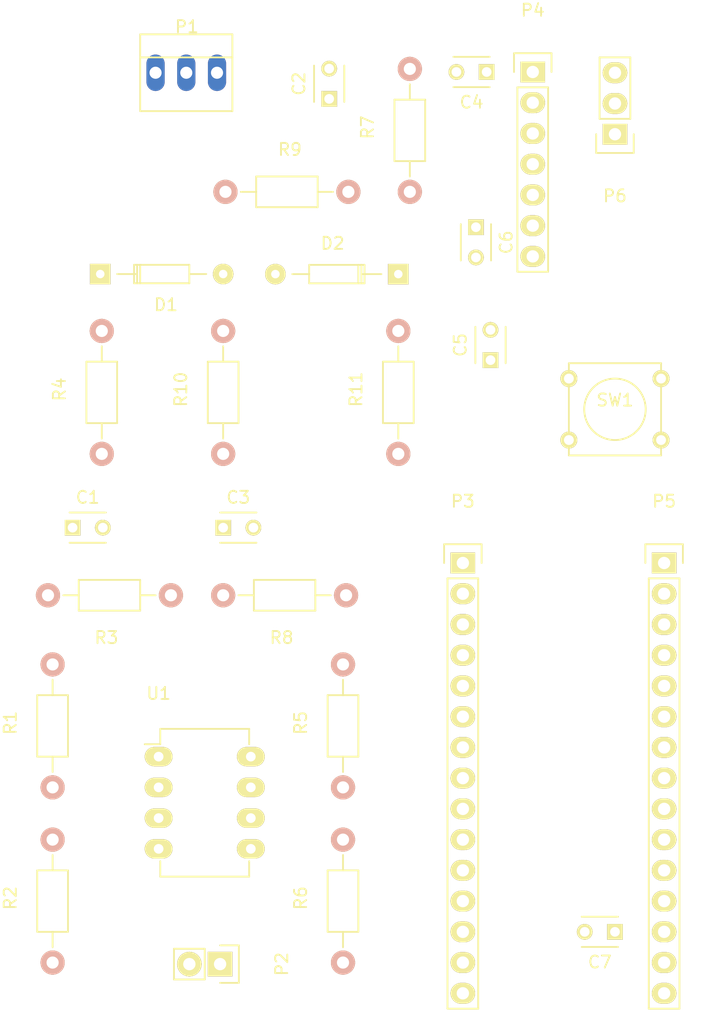
<source format=kicad_pcb>
(kicad_pcb (version 4) (host pcbnew 4.0.2+dfsg1-2~bpo8+1-stable)

  (general
    (links 55)
    (no_connects 55)
    (area 78.05188 66.6095 138.331334 151.666333)
    (thickness 1.6)
    (drawings 0)
    (tracks 7)
    (zones 0)
    (modules 28)
    (nets 42)
  )

  (page A4)
  (layers
    (0 F.Cu signal)
    (31 B.Cu signal)
    (32 B.Adhes user)
    (33 F.Adhes user)
    (34 B.Paste user)
    (35 F.Paste user)
    (36 B.SilkS user)
    (37 F.SilkS user)
    (38 B.Mask user)
    (39 F.Mask user)
    (40 Dwgs.User user)
    (41 Cmts.User user)
    (42 Eco1.User user)
    (43 Eco2.User user)
    (44 Edge.Cuts user)
    (45 Margin user)
    (46 B.CrtYd user)
    (47 F.CrtYd user)
    (48 B.Fab user)
    (49 F.Fab user)
  )

  (setup
    (last_trace_width 0.25)
    (trace_clearance 0.2)
    (zone_clearance 0.508)
    (zone_45_only no)
    (trace_min 0.2)
    (segment_width 0.2)
    (edge_width 0.15)
    (via_size 0.6)
    (via_drill 0.4)
    (via_min_size 0.4)
    (via_min_drill 0.3)
    (uvia_size 0.3)
    (uvia_drill 0.1)
    (uvias_allowed no)
    (uvia_min_size 0.2)
    (uvia_min_drill 0.1)
    (pcb_text_width 0.3)
    (pcb_text_size 1.5 1.5)
    (mod_edge_width 0.15)
    (mod_text_size 1 1)
    (mod_text_width 0.15)
    (pad_size 1.524 1.524)
    (pad_drill 0.762)
    (pad_to_mask_clearance 0.2)
    (aux_axis_origin 0 0)
    (visible_elements FFFFFF7F)
    (pcbplotparams
      (layerselection 0x00030_80000001)
      (usegerberextensions false)
      (excludeedgelayer true)
      (linewidth 0.100000)
      (plotframeref false)
      (viasonmask false)
      (mode 1)
      (useauxorigin false)
      (hpglpennumber 1)
      (hpglpenspeed 20)
      (hpglpendiameter 15)
      (hpglpenoverlay 2)
      (psnegative false)
      (psa4output false)
      (plotreference true)
      (plotvalue true)
      (plotinvisibletext false)
      (padsonsilk false)
      (subtractmaskfromsilk false)
      (outputformat 1)
      (mirror false)
      (drillshape 1)
      (scaleselection 1)
      (outputdirectory ""))
  )

  (net 0 "")
  (net 1 GND)
  (net 2 "Net-(C1-Pad2)")
  (net 3 "Net-(C2-Pad1)")
  (net 4 "Net-(C2-Pad2)")
  (net 5 "Net-(C3-Pad2)")
  (net 6 /CLK0)
  (net 7 "Net-(C4-Pad2)")
  (net 8 "Net-(C5-Pad2)")
  (net 9 +5V)
  (net 10 "Net-(C7-Pad1)")
  (net 11 "Net-(D1-Pad2)")
  (net 12 /A0)
  (net 13 /A1)
  (net 14 "Net-(P3-Pad1)")
  (net 15 "Net-(P3-Pad2)")
  (net 16 "Net-(P3-Pad3)")
  (net 17 "Net-(P3-Pad5)")
  (net 18 "Net-(P3-Pad6)")
  (net 19 "Net-(P3-Pad7)")
  (net 20 "Net-(P3-Pad8)")
  (net 21 "Net-(P3-Pad9)")
  (net 22 "Net-(P3-Pad10)")
  (net 23 "Net-(P3-Pad11)")
  (net 24 "Net-(P3-Pad12)")
  (net 25 "Net-(P3-Pad13)")
  (net 26 "Net-(P3-Pad14)")
  (net 27 "Net-(P3-Pad15)")
  (net 28 /CLK1)
  (net 29 /CLK2)
  (net 30 /SCL)
  (net 31 /SDA)
  (net 32 "Net-(P5-Pad1)")
  (net 33 /RESET)
  (net 34 "Net-(P5-Pad5)")
  (net 35 "Net-(P5-Pad6)")
  (net 36 "Net-(P5-Pad9)")
  (net 37 "Net-(P5-Pad10)")
  (net 38 "Net-(P5-Pad14)")
  (net 39 "Net-(P5-Pad15)")
  (net 40 "Net-(R1-Pad1)")
  (net 41 "Net-(R5-Pad1)")

  (net_class Default "This is the default net class."
    (clearance 0.2)
    (trace_width 0.25)
    (via_dia 0.6)
    (via_drill 0.4)
    (uvia_dia 0.3)
    (uvia_drill 0.1)
    (add_net +5V)
    (add_net /A0)
    (add_net /A1)
    (add_net /CLK0)
    (add_net /CLK1)
    (add_net /CLK2)
    (add_net /RESET)
    (add_net /SCL)
    (add_net /SDA)
    (add_net GND)
    (add_net "Net-(C1-Pad2)")
    (add_net "Net-(C2-Pad1)")
    (add_net "Net-(C2-Pad2)")
    (add_net "Net-(C3-Pad2)")
    (add_net "Net-(C4-Pad2)")
    (add_net "Net-(C5-Pad2)")
    (add_net "Net-(C7-Pad1)")
    (add_net "Net-(D1-Pad2)")
    (add_net "Net-(P3-Pad1)")
    (add_net "Net-(P3-Pad10)")
    (add_net "Net-(P3-Pad11)")
    (add_net "Net-(P3-Pad12)")
    (add_net "Net-(P3-Pad13)")
    (add_net "Net-(P3-Pad14)")
    (add_net "Net-(P3-Pad15)")
    (add_net "Net-(P3-Pad2)")
    (add_net "Net-(P3-Pad3)")
    (add_net "Net-(P3-Pad5)")
    (add_net "Net-(P3-Pad6)")
    (add_net "Net-(P3-Pad7)")
    (add_net "Net-(P3-Pad8)")
    (add_net "Net-(P3-Pad9)")
    (add_net "Net-(P5-Pad1)")
    (add_net "Net-(P5-Pad10)")
    (add_net "Net-(P5-Pad14)")
    (add_net "Net-(P5-Pad15)")
    (add_net "Net-(P5-Pad5)")
    (add_net "Net-(P5-Pad6)")
    (add_net "Net-(P5-Pad9)")
    (add_net "Net-(R1-Pad1)")
    (add_net "Net-(R5-Pad1)")
  )

  (module Connect:PINHEAD1-3 (layer F.Cu) (tedit 57DD8681) (tstamp 57DD845A)
    (at 93.726 72.898)
    (path /57D82265)
    (attr virtual)
    (fp_text reference P1 (at 0.05 -3.8) (layer F.SilkS)
      (effects (font (size 1 1) (thickness 0.15)))
    )
    (fp_text value BNC (at 0 3.81) (layer F.Fab)
      (effects (font (size 1 1) (thickness 0.15)))
    )
    (fp_line (start -3.81 -3.175) (end -3.81 3.175) (layer F.SilkS) (width 0.15))
    (fp_line (start 3.81 -3.175) (end 3.81 3.175) (layer F.SilkS) (width 0.15))
    (fp_line (start 3.81 -1.27) (end -3.81 -1.27) (layer F.SilkS) (width 0.15))
    (fp_line (start -3.81 -3.175) (end 3.81 -3.175) (layer F.SilkS) (width 0.15))
    (fp_line (start 3.81 3.175) (end -3.81 3.175) (layer F.SilkS) (width 0.15))
    (pad 1 thru_hole oval (at 0 0) (size 1.50622 3.01498) (drill 0.99822) (layers *.Cu *.Mask)
      (net 4 "Net-(C2-Pad2)"))
    (pad 2 thru_hole oval (at -2.54 0) (size 1.50622 3.01498) (drill 0.99822) (layers *.Cu *.Mask)
      (net 1 GND))
    (pad 3 thru_hole oval (at 2.54 0) (size 1.50622 3.01498) (drill 0.99822) (layers *.Cu *.Mask))
  )

  (module Capacitors_ThroughHole:C_Disc_D3_P2.5 (layer F.Cu) (tedit 0) (tstamp 57DD82BE)
    (at 84.328 110.49)
    (descr "Capacitor 3mm Disc, Pitch 2.5mm")
    (tags Capacitor)
    (path /57D8211D)
    (fp_text reference C1 (at 1.25 -2.5) (layer F.SilkS)
      (effects (font (size 1 1) (thickness 0.15)))
    )
    (fp_text value 10n (at 1.25 2.5) (layer F.Fab)
      (effects (font (size 1 1) (thickness 0.15)))
    )
    (fp_line (start -0.9 -1.5) (end 3.4 -1.5) (layer F.CrtYd) (width 0.05))
    (fp_line (start 3.4 -1.5) (end 3.4 1.5) (layer F.CrtYd) (width 0.05))
    (fp_line (start 3.4 1.5) (end -0.9 1.5) (layer F.CrtYd) (width 0.05))
    (fp_line (start -0.9 1.5) (end -0.9 -1.5) (layer F.CrtYd) (width 0.05))
    (fp_line (start -0.25 -1.25) (end 2.75 -1.25) (layer F.SilkS) (width 0.15))
    (fp_line (start 2.75 1.25) (end -0.25 1.25) (layer F.SilkS) (width 0.15))
    (pad 1 thru_hole rect (at 0 0) (size 1.3 1.3) (drill 0.8) (layers *.Cu *.Mask F.SilkS)
      (net 1 GND))
    (pad 2 thru_hole circle (at 2.5 0) (size 1.3 1.3) (drill 0.8001) (layers *.Cu *.Mask F.SilkS)
      (net 2 "Net-(C1-Pad2)"))
    (model Capacitors_ThroughHole.3dshapes/C_Disc_D3_P2.5.wrl
      (at (xyz 0.0492126 0 0))
      (scale (xyz 1 1 1))
      (rotate (xyz 0 0 0))
    )
  )

  (module Capacitors_ThroughHole:C_Disc_D3_P2.5 (layer F.Cu) (tedit 0) (tstamp 57DD82C4)
    (at 105.537 75.057 90)
    (descr "Capacitor 3mm Disc, Pitch 2.5mm")
    (tags Capacitor)
    (path /57D81D90)
    (fp_text reference C2 (at 1.25 -2.5 90) (layer F.SilkS)
      (effects (font (size 1 1) (thickness 0.15)))
    )
    (fp_text value 100n (at 1.25 2.5 90) (layer F.Fab)
      (effects (font (size 1 1) (thickness 0.15)))
    )
    (fp_line (start -0.9 -1.5) (end 3.4 -1.5) (layer F.CrtYd) (width 0.05))
    (fp_line (start 3.4 -1.5) (end 3.4 1.5) (layer F.CrtYd) (width 0.05))
    (fp_line (start 3.4 1.5) (end -0.9 1.5) (layer F.CrtYd) (width 0.05))
    (fp_line (start -0.9 1.5) (end -0.9 -1.5) (layer F.CrtYd) (width 0.05))
    (fp_line (start -0.25 -1.25) (end 2.75 -1.25) (layer F.SilkS) (width 0.15))
    (fp_line (start 2.75 1.25) (end -0.25 1.25) (layer F.SilkS) (width 0.15))
    (pad 1 thru_hole rect (at 0 0 90) (size 1.3 1.3) (drill 0.8) (layers *.Cu *.Mask F.SilkS)
      (net 3 "Net-(C2-Pad1)"))
    (pad 2 thru_hole circle (at 2.5 0 90) (size 1.3 1.3) (drill 0.8001) (layers *.Cu *.Mask F.SilkS)
      (net 4 "Net-(C2-Pad2)"))
    (model Capacitors_ThroughHole.3dshapes/C_Disc_D3_P2.5.wrl
      (at (xyz 0.0492126 0 0))
      (scale (xyz 1 1 1))
      (rotate (xyz 0 0 0))
    )
  )

  (module Capacitors_ThroughHole:C_Disc_D3_P2.5 (layer F.Cu) (tedit 0) (tstamp 57DD82CA)
    (at 96.774 110.49)
    (descr "Capacitor 3mm Disc, Pitch 2.5mm")
    (tags Capacitor)
    (path /57D821F7)
    (fp_text reference C3 (at 1.25 -2.5) (layer F.SilkS)
      (effects (font (size 1 1) (thickness 0.15)))
    )
    (fp_text value 10n (at 1.25 2.5) (layer F.Fab)
      (effects (font (size 1 1) (thickness 0.15)))
    )
    (fp_line (start -0.9 -1.5) (end 3.4 -1.5) (layer F.CrtYd) (width 0.05))
    (fp_line (start 3.4 -1.5) (end 3.4 1.5) (layer F.CrtYd) (width 0.05))
    (fp_line (start 3.4 1.5) (end -0.9 1.5) (layer F.CrtYd) (width 0.05))
    (fp_line (start -0.9 1.5) (end -0.9 -1.5) (layer F.CrtYd) (width 0.05))
    (fp_line (start -0.25 -1.25) (end 2.75 -1.25) (layer F.SilkS) (width 0.15))
    (fp_line (start 2.75 1.25) (end -0.25 1.25) (layer F.SilkS) (width 0.15))
    (pad 1 thru_hole rect (at 0 0) (size 1.3 1.3) (drill 0.8) (layers *.Cu *.Mask F.SilkS)
      (net 1 GND))
    (pad 2 thru_hole circle (at 2.5 0) (size 1.3 1.3) (drill 0.8001) (layers *.Cu *.Mask F.SilkS)
      (net 5 "Net-(C3-Pad2)"))
    (model Capacitors_ThroughHole.3dshapes/C_Disc_D3_P2.5.wrl
      (at (xyz 0.0492126 0 0))
      (scale (xyz 1 1 1))
      (rotate (xyz 0 0 0))
    )
  )

  (module Capacitors_ThroughHole:C_Disc_D3_P2.5 (layer F.Cu) (tedit 0) (tstamp 57DD82D0)
    (at 118.554 72.8345 180)
    (descr "Capacitor 3mm Disc, Pitch 2.5mm")
    (tags Capacitor)
    (path /57D81AA8)
    (fp_text reference C4 (at 1.25 -2.5 180) (layer F.SilkS)
      (effects (font (size 1 1) (thickness 0.15)))
    )
    (fp_text value 100n (at 1.25 2.5 180) (layer F.Fab)
      (effects (font (size 1 1) (thickness 0.15)))
    )
    (fp_line (start -0.9 -1.5) (end 3.4 -1.5) (layer F.CrtYd) (width 0.05))
    (fp_line (start 3.4 -1.5) (end 3.4 1.5) (layer F.CrtYd) (width 0.05))
    (fp_line (start 3.4 1.5) (end -0.9 1.5) (layer F.CrtYd) (width 0.05))
    (fp_line (start -0.9 1.5) (end -0.9 -1.5) (layer F.CrtYd) (width 0.05))
    (fp_line (start -0.25 -1.25) (end 2.75 -1.25) (layer F.SilkS) (width 0.15))
    (fp_line (start 2.75 1.25) (end -0.25 1.25) (layer F.SilkS) (width 0.15))
    (pad 1 thru_hole rect (at 0 0 180) (size 1.3 1.3) (drill 0.8) (layers *.Cu *.Mask F.SilkS)
      (net 6 /CLK0))
    (pad 2 thru_hole circle (at 2.5 0 180) (size 1.3 1.3) (drill 0.8001) (layers *.Cu *.Mask F.SilkS)
      (net 7 "Net-(C4-Pad2)"))
    (model Capacitors_ThroughHole.3dshapes/C_Disc_D3_P2.5.wrl
      (at (xyz 0.0492126 0 0))
      (scale (xyz 1 1 1))
      (rotate (xyz 0 0 0))
    )
  )

  (module Capacitors_ThroughHole:C_Disc_D3_P2.5 (layer F.Cu) (tedit 0) (tstamp 57DD82D6)
    (at 118.872 96.647 90)
    (descr "Capacitor 3mm Disc, Pitch 2.5mm")
    (tags Capacitor)
    (path /57D82040)
    (fp_text reference C5 (at 1.25 -2.5 90) (layer F.SilkS)
      (effects (font (size 1 1) (thickness 0.15)))
    )
    (fp_text value 100n (at 1.25 2.5 90) (layer F.Fab)
      (effects (font (size 1 1) (thickness 0.15)))
    )
    (fp_line (start -0.9 -1.5) (end 3.4 -1.5) (layer F.CrtYd) (width 0.05))
    (fp_line (start 3.4 -1.5) (end 3.4 1.5) (layer F.CrtYd) (width 0.05))
    (fp_line (start 3.4 1.5) (end -0.9 1.5) (layer F.CrtYd) (width 0.05))
    (fp_line (start -0.9 1.5) (end -0.9 -1.5) (layer F.CrtYd) (width 0.05))
    (fp_line (start -0.25 -1.25) (end 2.75 -1.25) (layer F.SilkS) (width 0.15))
    (fp_line (start 2.75 1.25) (end -0.25 1.25) (layer F.SilkS) (width 0.15))
    (pad 1 thru_hole rect (at 0 0 90) (size 1.3 1.3) (drill 0.8) (layers *.Cu *.Mask F.SilkS)
      (net 1 GND))
    (pad 2 thru_hole circle (at 2.5 0 90) (size 1.3 1.3) (drill 0.8001) (layers *.Cu *.Mask F.SilkS)
      (net 8 "Net-(C5-Pad2)"))
    (model Capacitors_ThroughHole.3dshapes/C_Disc_D3_P2.5.wrl
      (at (xyz 0.0492126 0 0))
      (scale (xyz 1 1 1))
      (rotate (xyz 0 0 0))
    )
  )

  (module Capacitors_ThroughHole:C_Disc_D3_P2.5 (layer F.Cu) (tedit 0) (tstamp 57DD82DC)
    (at 117.666 85.6615 270)
    (descr "Capacitor 3mm Disc, Pitch 2.5mm")
    (tags Capacitor)
    (path /57D85D32)
    (fp_text reference C6 (at 1.25 -2.5 270) (layer F.SilkS)
      (effects (font (size 1 1) (thickness 0.15)))
    )
    (fp_text value 100n (at 1.25 2.5 270) (layer F.Fab)
      (effects (font (size 1 1) (thickness 0.15)))
    )
    (fp_line (start -0.9 -1.5) (end 3.4 -1.5) (layer F.CrtYd) (width 0.05))
    (fp_line (start 3.4 -1.5) (end 3.4 1.5) (layer F.CrtYd) (width 0.05))
    (fp_line (start 3.4 1.5) (end -0.9 1.5) (layer F.CrtYd) (width 0.05))
    (fp_line (start -0.9 1.5) (end -0.9 -1.5) (layer F.CrtYd) (width 0.05))
    (fp_line (start -0.25 -1.25) (end 2.75 -1.25) (layer F.SilkS) (width 0.15))
    (fp_line (start 2.75 1.25) (end -0.25 1.25) (layer F.SilkS) (width 0.15))
    (pad 1 thru_hole rect (at 0 0 270) (size 1.3 1.3) (drill 0.8) (layers *.Cu *.Mask F.SilkS)
      (net 1 GND))
    (pad 2 thru_hole circle (at 2.5 0 270) (size 1.3 1.3) (drill 0.8001) (layers *.Cu *.Mask F.SilkS)
      (net 9 +5V))
    (model Capacitors_ThroughHole.3dshapes/C_Disc_D3_P2.5.wrl
      (at (xyz 0.0492126 0 0))
      (scale (xyz 1 1 1))
      (rotate (xyz 0 0 0))
    )
  )

  (module Capacitors_ThroughHole:C_Disc_D3_P2.5 (layer F.Cu) (tedit 0) (tstamp 57DD82E2)
    (at 129.159 143.891 180)
    (descr "Capacitor 3mm Disc, Pitch 2.5mm")
    (tags Capacitor)
    (path /57D87F1E)
    (fp_text reference C7 (at 1.25 -2.5 180) (layer F.SilkS)
      (effects (font (size 1 1) (thickness 0.15)))
    )
    (fp_text value 100n (at 1.25 2.5 180) (layer F.Fab)
      (effects (font (size 1 1) (thickness 0.15)))
    )
    (fp_line (start -0.9 -1.5) (end 3.4 -1.5) (layer F.CrtYd) (width 0.05))
    (fp_line (start 3.4 -1.5) (end 3.4 1.5) (layer F.CrtYd) (width 0.05))
    (fp_line (start 3.4 1.5) (end -0.9 1.5) (layer F.CrtYd) (width 0.05))
    (fp_line (start -0.9 1.5) (end -0.9 -1.5) (layer F.CrtYd) (width 0.05))
    (fp_line (start -0.25 -1.25) (end 2.75 -1.25) (layer F.SilkS) (width 0.15))
    (fp_line (start 2.75 1.25) (end -0.25 1.25) (layer F.SilkS) (width 0.15))
    (pad 1 thru_hole rect (at 0 0 180) (size 1.3 1.3) (drill 0.8) (layers *.Cu *.Mask F.SilkS)
      (net 10 "Net-(C7-Pad1)"))
    (pad 2 thru_hole circle (at 2.5 0 180) (size 1.3 1.3) (drill 0.8001) (layers *.Cu *.Mask F.SilkS)
      (net 1 GND))
    (model Capacitors_ThroughHole.3dshapes/C_Disc_D3_P2.5.wrl
      (at (xyz 0.0492126 0 0))
      (scale (xyz 1 1 1))
      (rotate (xyz 0 0 0))
    )
  )

  (module Diodes_ThroughHole:Diode_DO-35_SOD27_Horizontal_RM10 (layer F.Cu) (tedit 552FFC30) (tstamp 57DD82E8)
    (at 86.614 89.535)
    (descr "Diode, DO-35,  SOD27, Horizontal, RM 10mm")
    (tags "Diode, DO-35, SOD27, Horizontal, RM 10mm, 1N4148,")
    (path /57D81E7A)
    (fp_text reference D1 (at 5.43052 2.53746) (layer F.SilkS)
      (effects (font (size 1 1) (thickness 0.15)))
    )
    (fp_text value 1N60 (at 4.41452 -3.55854) (layer F.Fab)
      (effects (font (size 1 1) (thickness 0.15)))
    )
    (fp_line (start 7.36652 -0.00254) (end 8.76352 -0.00254) (layer F.SilkS) (width 0.15))
    (fp_line (start 2.92152 -0.00254) (end 1.39752 -0.00254) (layer F.SilkS) (width 0.15))
    (fp_line (start 3.30252 -0.76454) (end 3.30252 0.75946) (layer F.SilkS) (width 0.15))
    (fp_line (start 3.04852 -0.76454) (end 3.04852 0.75946) (layer F.SilkS) (width 0.15))
    (fp_line (start 2.79452 -0.00254) (end 2.79452 0.75946) (layer F.SilkS) (width 0.15))
    (fp_line (start 2.79452 0.75946) (end 7.36652 0.75946) (layer F.SilkS) (width 0.15))
    (fp_line (start 7.36652 0.75946) (end 7.36652 -0.76454) (layer F.SilkS) (width 0.15))
    (fp_line (start 7.36652 -0.76454) (end 2.79452 -0.76454) (layer F.SilkS) (width 0.15))
    (fp_line (start 2.79452 -0.76454) (end 2.79452 -0.00254) (layer F.SilkS) (width 0.15))
    (pad 2 thru_hole circle (at 10.16052 -0.00254 180) (size 1.69926 1.69926) (drill 0.70104) (layers *.Cu *.Mask F.SilkS)
      (net 11 "Net-(D1-Pad2)"))
    (pad 1 thru_hole rect (at 0.00052 -0.00254 180) (size 1.69926 1.69926) (drill 0.70104) (layers *.Cu *.Mask F.SilkS)
      (net 3 "Net-(C2-Pad1)"))
    (model Diodes_ThroughHole.3dshapes/Diode_DO-35_SOD27_Horizontal_RM10.wrl
      (at (xyz 0.2 0 0))
      (scale (xyz 0.4 0.4 0.4))
      (rotate (xyz 0 0 180))
    )
  )

  (module Diodes_ThroughHole:Diode_DO-35_SOD27_Horizontal_RM10 (layer F.Cu) (tedit 552FFC30) (tstamp 57DD82EE)
    (at 111.252 89.535 180)
    (descr "Diode, DO-35,  SOD27, Horizontal, RM 10mm")
    (tags "Diode, DO-35, SOD27, Horizontal, RM 10mm, 1N4148,")
    (path /57D81FC0)
    (fp_text reference D2 (at 5.43052 2.53746 180) (layer F.SilkS)
      (effects (font (size 1 1) (thickness 0.15)))
    )
    (fp_text value 1N60 (at 4.41452 -3.55854 180) (layer F.Fab)
      (effects (font (size 1 1) (thickness 0.15)))
    )
    (fp_line (start 7.36652 -0.00254) (end 8.76352 -0.00254) (layer F.SilkS) (width 0.15))
    (fp_line (start 2.92152 -0.00254) (end 1.39752 -0.00254) (layer F.SilkS) (width 0.15))
    (fp_line (start 3.30252 -0.76454) (end 3.30252 0.75946) (layer F.SilkS) (width 0.15))
    (fp_line (start 3.04852 -0.76454) (end 3.04852 0.75946) (layer F.SilkS) (width 0.15))
    (fp_line (start 2.79452 -0.00254) (end 2.79452 0.75946) (layer F.SilkS) (width 0.15))
    (fp_line (start 2.79452 0.75946) (end 7.36652 0.75946) (layer F.SilkS) (width 0.15))
    (fp_line (start 7.36652 0.75946) (end 7.36652 -0.76454) (layer F.SilkS) (width 0.15))
    (fp_line (start 7.36652 -0.76454) (end 2.79452 -0.76454) (layer F.SilkS) (width 0.15))
    (fp_line (start 2.79452 -0.76454) (end 2.79452 -0.00254) (layer F.SilkS) (width 0.15))
    (pad 2 thru_hole circle (at 10.16052 -0.00254) (size 1.69926 1.69926) (drill 0.70104) (layers *.Cu *.Mask F.SilkS)
      (net 11 "Net-(D1-Pad2)"))
    (pad 1 thru_hole rect (at 0.00052 -0.00254) (size 1.69926 1.69926) (drill 0.70104) (layers *.Cu *.Mask F.SilkS)
      (net 8 "Net-(C5-Pad2)"))
    (model Diodes_ThroughHole.3dshapes/Diode_DO-35_SOD27_Horizontal_RM10.wrl
      (at (xyz 0.2 0 0))
      (scale (xyz 0.4 0.4 0.4))
      (rotate (xyz 0 0 180))
    )
  )

  (module Resistors_ThroughHole:Resistor_Horizontal_RM10mm (layer F.Cu) (tedit 56648415) (tstamp 57DD833A)
    (at 82.677 131.953 90)
    (descr "Resistor, Axial,  RM 10mm, 1/3W")
    (tags "Resistor Axial RM 10mm 1/3W")
    (path /57D817F0)
    (fp_text reference R1 (at 5.32892 -3.50012 90) (layer F.SilkS)
      (effects (font (size 1 1) (thickness 0.15)))
    )
    (fp_text value 680 (at 5.08 3.81 90) (layer F.Fab)
      (effects (font (size 1 1) (thickness 0.15)))
    )
    (fp_line (start -1.25 -1.5) (end 11.4 -1.5) (layer F.CrtYd) (width 0.05))
    (fp_line (start -1.25 1.5) (end -1.25 -1.5) (layer F.CrtYd) (width 0.05))
    (fp_line (start 11.4 -1.5) (end 11.4 1.5) (layer F.CrtYd) (width 0.05))
    (fp_line (start -1.25 1.5) (end 11.4 1.5) (layer F.CrtYd) (width 0.05))
    (fp_line (start 2.54 -1.27) (end 7.62 -1.27) (layer F.SilkS) (width 0.15))
    (fp_line (start 7.62 -1.27) (end 7.62 1.27) (layer F.SilkS) (width 0.15))
    (fp_line (start 7.62 1.27) (end 2.54 1.27) (layer F.SilkS) (width 0.15))
    (fp_line (start 2.54 1.27) (end 2.54 -1.27) (layer F.SilkS) (width 0.15))
    (fp_line (start 2.54 0) (end 1.27 0) (layer F.SilkS) (width 0.15))
    (fp_line (start 7.62 0) (end 8.89 0) (layer F.SilkS) (width 0.15))
    (pad 1 thru_hole circle (at 0 0 90) (size 1.99898 1.99898) (drill 1.00076) (layers *.Cu *.SilkS *.Mask)
      (net 40 "Net-(R1-Pad1)"))
    (pad 2 thru_hole circle (at 10.16 0 90) (size 1.99898 1.99898) (drill 1.00076) (layers *.Cu *.SilkS *.Mask)
      (net 1 GND))
    (model Resistors_ThroughHole.3dshapes/Resistor_Horizontal_RM10mm.wrl
      (at (xyz 0 0 0))
      (scale (xyz 0.4 0.4 0.4))
      (rotate (xyz 0 0 0))
    )
  )

  (module Resistors_ThroughHole:Resistor_Horizontal_RM10mm (layer F.Cu) (tedit 56648415) (tstamp 57DD8340)
    (at 82.677 146.431 90)
    (descr "Resistor, Axial,  RM 10mm, 1/3W")
    (tags "Resistor Axial RM 10mm 1/3W")
    (path /57D8194B)
    (fp_text reference R2 (at 5.32892 -3.50012 90) (layer F.SilkS)
      (effects (font (size 1 1) (thickness 0.15)))
    )
    (fp_text value 6k8 (at 5.08 3.81 90) (layer F.Fab)
      (effects (font (size 1 1) (thickness 0.15)))
    )
    (fp_line (start -1.25 -1.5) (end 11.4 -1.5) (layer F.CrtYd) (width 0.05))
    (fp_line (start -1.25 1.5) (end -1.25 -1.5) (layer F.CrtYd) (width 0.05))
    (fp_line (start 11.4 -1.5) (end 11.4 1.5) (layer F.CrtYd) (width 0.05))
    (fp_line (start -1.25 1.5) (end 11.4 1.5) (layer F.CrtYd) (width 0.05))
    (fp_line (start 2.54 -1.27) (end 7.62 -1.27) (layer F.SilkS) (width 0.15))
    (fp_line (start 7.62 -1.27) (end 7.62 1.27) (layer F.SilkS) (width 0.15))
    (fp_line (start 7.62 1.27) (end 2.54 1.27) (layer F.SilkS) (width 0.15))
    (fp_line (start 2.54 1.27) (end 2.54 -1.27) (layer F.SilkS) (width 0.15))
    (fp_line (start 2.54 0) (end 1.27 0) (layer F.SilkS) (width 0.15))
    (fp_line (start 7.62 0) (end 8.89 0) (layer F.SilkS) (width 0.15))
    (pad 1 thru_hole circle (at 0 0 90) (size 1.99898 1.99898) (drill 1.00076) (layers *.Cu *.SilkS *.Mask)
      (net 13 /A1))
    (pad 2 thru_hole circle (at 10.16 0 90) (size 1.99898 1.99898) (drill 1.00076) (layers *.Cu *.SilkS *.Mask)
      (net 40 "Net-(R1-Pad1)"))
    (model Resistors_ThroughHole.3dshapes/Resistor_Horizontal_RM10mm.wrl
      (at (xyz 0 0 0))
      (scale (xyz 0.4 0.4 0.4))
      (rotate (xyz 0 0 0))
    )
  )

  (module Resistors_ThroughHole:Resistor_Horizontal_RM10mm (layer F.Cu) (tedit 56648415) (tstamp 57DD8346)
    (at 92.456 116.078 180)
    (descr "Resistor, Axial,  RM 10mm, 1/3W")
    (tags "Resistor Axial RM 10mm 1/3W")
    (path /57D81651)
    (fp_text reference R3 (at 5.32892 -3.50012 180) (layer F.SilkS)
      (effects (font (size 1 1) (thickness 0.15)))
    )
    (fp_text value 100k (at 5.08 3.81 180) (layer F.Fab)
      (effects (font (size 1 1) (thickness 0.15)))
    )
    (fp_line (start -1.25 -1.5) (end 11.4 -1.5) (layer F.CrtYd) (width 0.05))
    (fp_line (start -1.25 1.5) (end -1.25 -1.5) (layer F.CrtYd) (width 0.05))
    (fp_line (start 11.4 -1.5) (end 11.4 1.5) (layer F.CrtYd) (width 0.05))
    (fp_line (start -1.25 1.5) (end 11.4 1.5) (layer F.CrtYd) (width 0.05))
    (fp_line (start 2.54 -1.27) (end 7.62 -1.27) (layer F.SilkS) (width 0.15))
    (fp_line (start 7.62 -1.27) (end 7.62 1.27) (layer F.SilkS) (width 0.15))
    (fp_line (start 7.62 1.27) (end 2.54 1.27) (layer F.SilkS) (width 0.15))
    (fp_line (start 2.54 1.27) (end 2.54 -1.27) (layer F.SilkS) (width 0.15))
    (fp_line (start 2.54 0) (end 1.27 0) (layer F.SilkS) (width 0.15))
    (fp_line (start 7.62 0) (end 8.89 0) (layer F.SilkS) (width 0.15))
    (pad 1 thru_hole circle (at 0 0 180) (size 1.99898 1.99898) (drill 1.00076) (layers *.Cu *.SilkS *.Mask)
      (net 2 "Net-(C1-Pad2)"))
    (pad 2 thru_hole circle (at 10.16 0 180) (size 1.99898 1.99898) (drill 1.00076) (layers *.Cu *.SilkS *.Mask)
      (net 1 GND))
    (model Resistors_ThroughHole.3dshapes/Resistor_Horizontal_RM10mm.wrl
      (at (xyz 0 0 0))
      (scale (xyz 0.4 0.4 0.4))
      (rotate (xyz 0 0 0))
    )
  )

  (module Resistors_ThroughHole:Resistor_Horizontal_RM10mm (layer F.Cu) (tedit 56648415) (tstamp 57DD834C)
    (at 86.741 104.394 90)
    (descr "Resistor, Axial,  RM 10mm, 1/3W")
    (tags "Resistor Axial RM 10mm 1/3W")
    (path /57D8156D)
    (fp_text reference R4 (at 5.32892 -3.50012 90) (layer F.SilkS)
      (effects (font (size 1 1) (thickness 0.15)))
    )
    (fp_text value 10k (at 5.08 3.81 90) (layer F.Fab)
      (effects (font (size 1 1) (thickness 0.15)))
    )
    (fp_line (start -1.25 -1.5) (end 11.4 -1.5) (layer F.CrtYd) (width 0.05))
    (fp_line (start -1.25 1.5) (end -1.25 -1.5) (layer F.CrtYd) (width 0.05))
    (fp_line (start 11.4 -1.5) (end 11.4 1.5) (layer F.CrtYd) (width 0.05))
    (fp_line (start -1.25 1.5) (end 11.4 1.5) (layer F.CrtYd) (width 0.05))
    (fp_line (start 2.54 -1.27) (end 7.62 -1.27) (layer F.SilkS) (width 0.15))
    (fp_line (start 7.62 -1.27) (end 7.62 1.27) (layer F.SilkS) (width 0.15))
    (fp_line (start 7.62 1.27) (end 2.54 1.27) (layer F.SilkS) (width 0.15))
    (fp_line (start 2.54 1.27) (end 2.54 -1.27) (layer F.SilkS) (width 0.15))
    (fp_line (start 2.54 0) (end 1.27 0) (layer F.SilkS) (width 0.15))
    (fp_line (start 7.62 0) (end 8.89 0) (layer F.SilkS) (width 0.15))
    (pad 1 thru_hole circle (at 0 0 90) (size 1.99898 1.99898) (drill 1.00076) (layers *.Cu *.SilkS *.Mask)
      (net 2 "Net-(C1-Pad2)"))
    (pad 2 thru_hole circle (at 10.16 0 90) (size 1.99898 1.99898) (drill 1.00076) (layers *.Cu *.SilkS *.Mask)
      (net 3 "Net-(C2-Pad1)"))
    (model Resistors_ThroughHole.3dshapes/Resistor_Horizontal_RM10mm.wrl
      (at (xyz 0 0 0))
      (scale (xyz 0.4 0.4 0.4))
      (rotate (xyz 0 0 0))
    )
  )

  (module Resistors_ThroughHole:Resistor_Horizontal_RM10mm (layer F.Cu) (tedit 56648415) (tstamp 57DD8352)
    (at 106.68 131.953 90)
    (descr "Resistor, Axial,  RM 10mm, 1/3W")
    (tags "Resistor Axial RM 10mm 1/3W")
    (path /57D81862)
    (fp_text reference R5 (at 5.32892 -3.50012 90) (layer F.SilkS)
      (effects (font (size 1 1) (thickness 0.15)))
    )
    (fp_text value 680 (at 5.08 3.81 90) (layer F.Fab)
      (effects (font (size 1 1) (thickness 0.15)))
    )
    (fp_line (start -1.25 -1.5) (end 11.4 -1.5) (layer F.CrtYd) (width 0.05))
    (fp_line (start -1.25 1.5) (end -1.25 -1.5) (layer F.CrtYd) (width 0.05))
    (fp_line (start 11.4 -1.5) (end 11.4 1.5) (layer F.CrtYd) (width 0.05))
    (fp_line (start -1.25 1.5) (end 11.4 1.5) (layer F.CrtYd) (width 0.05))
    (fp_line (start 2.54 -1.27) (end 7.62 -1.27) (layer F.SilkS) (width 0.15))
    (fp_line (start 7.62 -1.27) (end 7.62 1.27) (layer F.SilkS) (width 0.15))
    (fp_line (start 7.62 1.27) (end 2.54 1.27) (layer F.SilkS) (width 0.15))
    (fp_line (start 2.54 1.27) (end 2.54 -1.27) (layer F.SilkS) (width 0.15))
    (fp_line (start 2.54 0) (end 1.27 0) (layer F.SilkS) (width 0.15))
    (fp_line (start 7.62 0) (end 8.89 0) (layer F.SilkS) (width 0.15))
    (pad 1 thru_hole circle (at 0 0 90) (size 1.99898 1.99898) (drill 1.00076) (layers *.Cu *.SilkS *.Mask)
      (net 41 "Net-(R5-Pad1)"))
    (pad 2 thru_hole circle (at 10.16 0 90) (size 1.99898 1.99898) (drill 1.00076) (layers *.Cu *.SilkS *.Mask)
      (net 1 GND))
    (model Resistors_ThroughHole.3dshapes/Resistor_Horizontal_RM10mm.wrl
      (at (xyz 0 0 0))
      (scale (xyz 0.4 0.4 0.4))
      (rotate (xyz 0 0 0))
    )
  )

  (module Resistors_ThroughHole:Resistor_Horizontal_RM10mm (layer F.Cu) (tedit 56648415) (tstamp 57DD8358)
    (at 106.68 146.431 90)
    (descr "Resistor, Axial,  RM 10mm, 1/3W")
    (tags "Resistor Axial RM 10mm 1/3W")
    (path /57D818FD)
    (fp_text reference R6 (at 5.32892 -3.50012 90) (layer F.SilkS)
      (effects (font (size 1 1) (thickness 0.15)))
    )
    (fp_text value 6k8 (at 5.08 3.81 90) (layer F.Fab)
      (effects (font (size 1 1) (thickness 0.15)))
    )
    (fp_line (start -1.25 -1.5) (end 11.4 -1.5) (layer F.CrtYd) (width 0.05))
    (fp_line (start -1.25 1.5) (end -1.25 -1.5) (layer F.CrtYd) (width 0.05))
    (fp_line (start 11.4 -1.5) (end 11.4 1.5) (layer F.CrtYd) (width 0.05))
    (fp_line (start -1.25 1.5) (end 11.4 1.5) (layer F.CrtYd) (width 0.05))
    (fp_line (start 2.54 -1.27) (end 7.62 -1.27) (layer F.SilkS) (width 0.15))
    (fp_line (start 7.62 -1.27) (end 7.62 1.27) (layer F.SilkS) (width 0.15))
    (fp_line (start 7.62 1.27) (end 2.54 1.27) (layer F.SilkS) (width 0.15))
    (fp_line (start 2.54 1.27) (end 2.54 -1.27) (layer F.SilkS) (width 0.15))
    (fp_line (start 2.54 0) (end 1.27 0) (layer F.SilkS) (width 0.15))
    (fp_line (start 7.62 0) (end 8.89 0) (layer F.SilkS) (width 0.15))
    (pad 1 thru_hole circle (at 0 0 90) (size 1.99898 1.99898) (drill 1.00076) (layers *.Cu *.SilkS *.Mask)
      (net 12 /A0))
    (pad 2 thru_hole circle (at 10.16 0 90) (size 1.99898 1.99898) (drill 1.00076) (layers *.Cu *.SilkS *.Mask)
      (net 41 "Net-(R5-Pad1)"))
    (model Resistors_ThroughHole.3dshapes/Resistor_Horizontal_RM10mm.wrl
      (at (xyz 0 0 0))
      (scale (xyz 0.4 0.4 0.4))
      (rotate (xyz 0 0 0))
    )
  )

  (module Resistors_ThroughHole:Resistor_Horizontal_RM10mm (layer F.Cu) (tedit 56648415) (tstamp 57DD835E)
    (at 112.204 82.7405 90)
    (descr "Resistor, Axial,  RM 10mm, 1/3W")
    (tags "Resistor Axial RM 10mm 1/3W")
    (path /57D81418)
    (fp_text reference R7 (at 5.32892 -3.50012 90) (layer F.SilkS)
      (effects (font (size 1 1) (thickness 0.15)))
    )
    (fp_text value 50 (at 5.08 3.81 90) (layer F.Fab)
      (effects (font (size 1 1) (thickness 0.15)))
    )
    (fp_line (start -1.25 -1.5) (end 11.4 -1.5) (layer F.CrtYd) (width 0.05))
    (fp_line (start -1.25 1.5) (end -1.25 -1.5) (layer F.CrtYd) (width 0.05))
    (fp_line (start 11.4 -1.5) (end 11.4 1.5) (layer F.CrtYd) (width 0.05))
    (fp_line (start -1.25 1.5) (end 11.4 1.5) (layer F.CrtYd) (width 0.05))
    (fp_line (start 2.54 -1.27) (end 7.62 -1.27) (layer F.SilkS) (width 0.15))
    (fp_line (start 7.62 -1.27) (end 7.62 1.27) (layer F.SilkS) (width 0.15))
    (fp_line (start 7.62 1.27) (end 2.54 1.27) (layer F.SilkS) (width 0.15))
    (fp_line (start 2.54 1.27) (end 2.54 -1.27) (layer F.SilkS) (width 0.15))
    (fp_line (start 2.54 0) (end 1.27 0) (layer F.SilkS) (width 0.15))
    (fp_line (start 7.62 0) (end 8.89 0) (layer F.SilkS) (width 0.15))
    (pad 1 thru_hole circle (at 0 0 90) (size 1.99898 1.99898) (drill 1.00076) (layers *.Cu *.SilkS *.Mask)
      (net 7 "Net-(C4-Pad2)"))
    (pad 2 thru_hole circle (at 10.16 0 90) (size 1.99898 1.99898) (drill 1.00076) (layers *.Cu *.SilkS *.Mask)
      (net 4 "Net-(C2-Pad2)"))
    (model Resistors_ThroughHole.3dshapes/Resistor_Horizontal_RM10mm.wrl
      (at (xyz 0 0 0))
      (scale (xyz 0.4 0.4 0.4))
      (rotate (xyz 0 0 0))
    )
  )

  (module Resistors_ThroughHole:Resistor_Horizontal_RM10mm (layer F.Cu) (tedit 56648415) (tstamp 57DD8364)
    (at 106.934 116.078 180)
    (descr "Resistor, Axial,  RM 10mm, 1/3W")
    (tags "Resistor Axial RM 10mm 1/3W")
    (path /57D81777)
    (fp_text reference R8 (at 5.32892 -3.50012 180) (layer F.SilkS)
      (effects (font (size 1 1) (thickness 0.15)))
    )
    (fp_text value 100k (at 5.08 3.81 180) (layer F.Fab)
      (effects (font (size 1 1) (thickness 0.15)))
    )
    (fp_line (start -1.25 -1.5) (end 11.4 -1.5) (layer F.CrtYd) (width 0.05))
    (fp_line (start -1.25 1.5) (end -1.25 -1.5) (layer F.CrtYd) (width 0.05))
    (fp_line (start 11.4 -1.5) (end 11.4 1.5) (layer F.CrtYd) (width 0.05))
    (fp_line (start -1.25 1.5) (end 11.4 1.5) (layer F.CrtYd) (width 0.05))
    (fp_line (start 2.54 -1.27) (end 7.62 -1.27) (layer F.SilkS) (width 0.15))
    (fp_line (start 7.62 -1.27) (end 7.62 1.27) (layer F.SilkS) (width 0.15))
    (fp_line (start 7.62 1.27) (end 2.54 1.27) (layer F.SilkS) (width 0.15))
    (fp_line (start 2.54 1.27) (end 2.54 -1.27) (layer F.SilkS) (width 0.15))
    (fp_line (start 2.54 0) (end 1.27 0) (layer F.SilkS) (width 0.15))
    (fp_line (start 7.62 0) (end 8.89 0) (layer F.SilkS) (width 0.15))
    (pad 1 thru_hole circle (at 0 0 180) (size 1.99898 1.99898) (drill 1.00076) (layers *.Cu *.SilkS *.Mask)
      (net 5 "Net-(C3-Pad2)"))
    (pad 2 thru_hole circle (at 10.16 0 180) (size 1.99898 1.99898) (drill 1.00076) (layers *.Cu *.SilkS *.Mask)
      (net 1 GND))
    (model Resistors_ThroughHole.3dshapes/Resistor_Horizontal_RM10mm.wrl
      (at (xyz 0 0 0))
      (scale (xyz 0.4 0.4 0.4))
      (rotate (xyz 0 0 0))
    )
  )

  (module Resistors_ThroughHole:Resistor_Horizontal_RM10mm (layer F.Cu) (tedit 56648415) (tstamp 57DD836A)
    (at 96.9645 82.7405)
    (descr "Resistor, Axial,  RM 10mm, 1/3W")
    (tags "Resistor Axial RM 10mm 1/3W")
    (path /57D814B0)
    (fp_text reference R9 (at 5.32892 -3.50012) (layer F.SilkS)
      (effects (font (size 1 1) (thickness 0.15)))
    )
    (fp_text value 50 (at 5.08 3.81) (layer F.Fab)
      (effects (font (size 1 1) (thickness 0.15)))
    )
    (fp_line (start -1.25 -1.5) (end 11.4 -1.5) (layer F.CrtYd) (width 0.05))
    (fp_line (start -1.25 1.5) (end -1.25 -1.5) (layer F.CrtYd) (width 0.05))
    (fp_line (start 11.4 -1.5) (end 11.4 1.5) (layer F.CrtYd) (width 0.05))
    (fp_line (start -1.25 1.5) (end 11.4 1.5) (layer F.CrtYd) (width 0.05))
    (fp_line (start 2.54 -1.27) (end 7.62 -1.27) (layer F.SilkS) (width 0.15))
    (fp_line (start 7.62 -1.27) (end 7.62 1.27) (layer F.SilkS) (width 0.15))
    (fp_line (start 7.62 1.27) (end 2.54 1.27) (layer F.SilkS) (width 0.15))
    (fp_line (start 2.54 1.27) (end 2.54 -1.27) (layer F.SilkS) (width 0.15))
    (fp_line (start 2.54 0) (end 1.27 0) (layer F.SilkS) (width 0.15))
    (fp_line (start 7.62 0) (end 8.89 0) (layer F.SilkS) (width 0.15))
    (pad 1 thru_hole circle (at 0 0) (size 1.99898 1.99898) (drill 1.00076) (layers *.Cu *.SilkS *.Mask)
      (net 11 "Net-(D1-Pad2)"))
    (pad 2 thru_hole circle (at 10.16 0) (size 1.99898 1.99898) (drill 1.00076) (layers *.Cu *.SilkS *.Mask)
      (net 7 "Net-(C4-Pad2)"))
    (model Resistors_ThroughHole.3dshapes/Resistor_Horizontal_RM10mm.wrl
      (at (xyz 0 0 0))
      (scale (xyz 0.4 0.4 0.4))
      (rotate (xyz 0 0 0))
    )
  )

  (module Resistors_ThroughHole:Resistor_Horizontal_RM10mm (layer F.Cu) (tedit 56648415) (tstamp 57DD8370)
    (at 96.774 104.394 90)
    (descr "Resistor, Axial,  RM 10mm, 1/3W")
    (tags "Resistor Axial RM 10mm 1/3W")
    (path /57D814EE)
    (fp_text reference R10 (at 5.32892 -3.50012 90) (layer F.SilkS)
      (effects (font (size 1 1) (thickness 0.15)))
    )
    (fp_text value 50 (at 5.08 3.81 90) (layer F.Fab)
      (effects (font (size 1 1) (thickness 0.15)))
    )
    (fp_line (start -1.25 -1.5) (end 11.4 -1.5) (layer F.CrtYd) (width 0.05))
    (fp_line (start -1.25 1.5) (end -1.25 -1.5) (layer F.CrtYd) (width 0.05))
    (fp_line (start 11.4 -1.5) (end 11.4 1.5) (layer F.CrtYd) (width 0.05))
    (fp_line (start -1.25 1.5) (end 11.4 1.5) (layer F.CrtYd) (width 0.05))
    (fp_line (start 2.54 -1.27) (end 7.62 -1.27) (layer F.SilkS) (width 0.15))
    (fp_line (start 7.62 -1.27) (end 7.62 1.27) (layer F.SilkS) (width 0.15))
    (fp_line (start 7.62 1.27) (end 2.54 1.27) (layer F.SilkS) (width 0.15))
    (fp_line (start 2.54 1.27) (end 2.54 -1.27) (layer F.SilkS) (width 0.15))
    (fp_line (start 2.54 0) (end 1.27 0) (layer F.SilkS) (width 0.15))
    (fp_line (start 7.62 0) (end 8.89 0) (layer F.SilkS) (width 0.15))
    (pad 1 thru_hole circle (at 0 0 90) (size 1.99898 1.99898) (drill 1.00076) (layers *.Cu *.SilkS *.Mask)
      (net 1 GND))
    (pad 2 thru_hole circle (at 10.16 0 90) (size 1.99898 1.99898) (drill 1.00076) (layers *.Cu *.SilkS *.Mask)
      (net 11 "Net-(D1-Pad2)"))
    (model Resistors_ThroughHole.3dshapes/Resistor_Horizontal_RM10mm.wrl
      (at (xyz 0 0 0))
      (scale (xyz 0.4 0.4 0.4))
      (rotate (xyz 0 0 0))
    )
  )

  (module Resistors_ThroughHole:Resistor_Horizontal_RM10mm (layer F.Cu) (tedit 56648415) (tstamp 57DD8376)
    (at 111.252 104.394 90)
    (descr "Resistor, Axial,  RM 10mm, 1/3W")
    (tags "Resistor Axial RM 10mm 1/3W")
    (path /57D815CB)
    (fp_text reference R11 (at 5.32892 -3.50012 90) (layer F.SilkS)
      (effects (font (size 1 1) (thickness 0.15)))
    )
    (fp_text value 10k (at 5.08 3.81 90) (layer F.Fab)
      (effects (font (size 1 1) (thickness 0.15)))
    )
    (fp_line (start -1.25 -1.5) (end 11.4 -1.5) (layer F.CrtYd) (width 0.05))
    (fp_line (start -1.25 1.5) (end -1.25 -1.5) (layer F.CrtYd) (width 0.05))
    (fp_line (start 11.4 -1.5) (end 11.4 1.5) (layer F.CrtYd) (width 0.05))
    (fp_line (start -1.25 1.5) (end 11.4 1.5) (layer F.CrtYd) (width 0.05))
    (fp_line (start 2.54 -1.27) (end 7.62 -1.27) (layer F.SilkS) (width 0.15))
    (fp_line (start 7.62 -1.27) (end 7.62 1.27) (layer F.SilkS) (width 0.15))
    (fp_line (start 7.62 1.27) (end 2.54 1.27) (layer F.SilkS) (width 0.15))
    (fp_line (start 2.54 1.27) (end 2.54 -1.27) (layer F.SilkS) (width 0.15))
    (fp_line (start 2.54 0) (end 1.27 0) (layer F.SilkS) (width 0.15))
    (fp_line (start 7.62 0) (end 8.89 0) (layer F.SilkS) (width 0.15))
    (pad 1 thru_hole circle (at 0 0 90) (size 1.99898 1.99898) (drill 1.00076) (layers *.Cu *.SilkS *.Mask)
      (net 5 "Net-(C3-Pad2)"))
    (pad 2 thru_hole circle (at 10.16 0 90) (size 1.99898 1.99898) (drill 1.00076) (layers *.Cu *.SilkS *.Mask)
      (net 8 "Net-(C5-Pad2)"))
    (model Resistors_ThroughHole.3dshapes/Resistor_Horizontal_RM10mm.wrl
      (at (xyz 0 0 0))
      (scale (xyz 0.4 0.4 0.4))
      (rotate (xyz 0 0 0))
    )
  )

  (module Buttons_Switches_ThroughHole:SW_PUSH_SMALL (layer F.Cu) (tedit 0) (tstamp 57DD837E)
    (at 129.159 100.711)
    (path /57D8B330)
    (fp_text reference SW1 (at 0 -0.762) (layer F.SilkS)
      (effects (font (size 1 1) (thickness 0.15)))
    )
    (fp_text value SW_PUSH (at 0 1.016) (layer F.Fab)
      (effects (font (size 1 1) (thickness 0.15)))
    )
    (fp_circle (center 0 0) (end 0 -2.54) (layer F.SilkS) (width 0.15))
    (fp_line (start -3.81 -3.81) (end 3.81 -3.81) (layer F.SilkS) (width 0.15))
    (fp_line (start 3.81 -3.81) (end 3.81 3.81) (layer F.SilkS) (width 0.15))
    (fp_line (start 3.81 3.81) (end -3.81 3.81) (layer F.SilkS) (width 0.15))
    (fp_line (start -3.81 -3.81) (end -3.81 3.81) (layer F.SilkS) (width 0.15))
    (pad 1 thru_hole circle (at 3.81 -2.54) (size 1.397 1.397) (drill 0.8128) (layers *.Cu *.Mask F.SilkS)
      (net 1 GND))
    (pad 2 thru_hole circle (at 3.81 2.54) (size 1.397 1.397) (drill 0.8128) (layers *.Cu *.Mask F.SilkS)
      (net 33 /RESET))
    (pad 1 thru_hole circle (at -3.81 -2.54) (size 1.397 1.397) (drill 0.8128) (layers *.Cu *.Mask F.SilkS)
      (net 1 GND))
    (pad 2 thru_hole circle (at -3.81 2.54) (size 1.397 1.397) (drill 0.8128) (layers *.Cu *.Mask F.SilkS)
      (net 33 /RESET))
  )

  (module Housings_DIP:DIP-8_W7.62mm_LongPads (layer F.Cu) (tedit 54130A77) (tstamp 57DD838A)
    (at 91.44 129.413)
    (descr "8-lead dip package, row spacing 7.62 mm (300 mils), longer pads")
    (tags "dil dip 2.54 300")
    (path /57D88C5F)
    (fp_text reference U1 (at 0 -5.22) (layer F.SilkS)
      (effects (font (size 1 1) (thickness 0.15)))
    )
    (fp_text value MCP6002 (at 0 -3.72) (layer F.Fab)
      (effects (font (size 1 1) (thickness 0.15)))
    )
    (fp_line (start -1.4 -2.45) (end -1.4 10.1) (layer F.CrtYd) (width 0.05))
    (fp_line (start 9 -2.45) (end 9 10.1) (layer F.CrtYd) (width 0.05))
    (fp_line (start -1.4 -2.45) (end 9 -2.45) (layer F.CrtYd) (width 0.05))
    (fp_line (start -1.4 10.1) (end 9 10.1) (layer F.CrtYd) (width 0.05))
    (fp_line (start 0.135 -2.295) (end 0.135 -1.025) (layer F.SilkS) (width 0.15))
    (fp_line (start 7.485 -2.295) (end 7.485 -1.025) (layer F.SilkS) (width 0.15))
    (fp_line (start 7.485 9.915) (end 7.485 8.645) (layer F.SilkS) (width 0.15))
    (fp_line (start 0.135 9.915) (end 0.135 8.645) (layer F.SilkS) (width 0.15))
    (fp_line (start 0.135 -2.295) (end 7.485 -2.295) (layer F.SilkS) (width 0.15))
    (fp_line (start 0.135 9.915) (end 7.485 9.915) (layer F.SilkS) (width 0.15))
    (fp_line (start 0.135 -1.025) (end -1.15 -1.025) (layer F.SilkS) (width 0.15))
    (pad 1 thru_hole oval (at 0 0) (size 2.3 1.6) (drill 0.8) (layers *.Cu *.Mask F.SilkS)
      (net 13 /A1))
    (pad 2 thru_hole oval (at 0 2.54) (size 2.3 1.6) (drill 0.8) (layers *.Cu *.Mask F.SilkS)
      (net 40 "Net-(R1-Pad1)"))
    (pad 3 thru_hole oval (at 0 5.08) (size 2.3 1.6) (drill 0.8) (layers *.Cu *.Mask F.SilkS)
      (net 2 "Net-(C1-Pad2)"))
    (pad 4 thru_hole oval (at 0 7.62) (size 2.3 1.6) (drill 0.8) (layers *.Cu *.Mask F.SilkS)
      (net 1 GND))
    (pad 5 thru_hole oval (at 7.62 7.62) (size 2.3 1.6) (drill 0.8) (layers *.Cu *.Mask F.SilkS)
      (net 5 "Net-(C3-Pad2)"))
    (pad 6 thru_hole oval (at 7.62 5.08) (size 2.3 1.6) (drill 0.8) (layers *.Cu *.Mask F.SilkS)
      (net 41 "Net-(R5-Pad1)"))
    (pad 7 thru_hole oval (at 7.62 2.54) (size 2.3 1.6) (drill 0.8) (layers *.Cu *.Mask F.SilkS)
      (net 12 /A0))
    (pad 8 thru_hole oval (at 7.62 0) (size 2.3 1.6) (drill 0.8) (layers *.Cu *.Mask F.SilkS)
      (net 9 +5V))
    (model Housings_DIP.3dshapes/DIP-8_W7.62mm_LongPads.wrl
      (at (xyz 0 0 0))
      (scale (xyz 1 1 1))
      (rotate (xyz 0 0 0))
    )
  )

  (module Pin_Headers:Pin_Header_Straight_1x02 (layer F.Cu) (tedit 54EA090C) (tstamp 57DD8460)
    (at 96.52 146.558 270)
    (descr "Through hole pin header")
    (tags "pin header")
    (path /57D819D9)
    (fp_text reference P2 (at 0 -5.1 270) (layer F.SilkS)
      (effects (font (size 1 1) (thickness 0.15)))
    )
    (fp_text value CONN_01X02 (at 0 -3.1 270) (layer F.Fab)
      (effects (font (size 1 1) (thickness 0.15)))
    )
    (fp_line (start 1.27 1.27) (end 1.27 3.81) (layer F.SilkS) (width 0.15))
    (fp_line (start 1.55 -1.55) (end 1.55 0) (layer F.SilkS) (width 0.15))
    (fp_line (start -1.75 -1.75) (end -1.75 4.3) (layer F.CrtYd) (width 0.05))
    (fp_line (start 1.75 -1.75) (end 1.75 4.3) (layer F.CrtYd) (width 0.05))
    (fp_line (start -1.75 -1.75) (end 1.75 -1.75) (layer F.CrtYd) (width 0.05))
    (fp_line (start -1.75 4.3) (end 1.75 4.3) (layer F.CrtYd) (width 0.05))
    (fp_line (start 1.27 1.27) (end -1.27 1.27) (layer F.SilkS) (width 0.15))
    (fp_line (start -1.55 0) (end -1.55 -1.55) (layer F.SilkS) (width 0.15))
    (fp_line (start -1.55 -1.55) (end 1.55 -1.55) (layer F.SilkS) (width 0.15))
    (fp_line (start -1.27 1.27) (end -1.27 3.81) (layer F.SilkS) (width 0.15))
    (fp_line (start -1.27 3.81) (end 1.27 3.81) (layer F.SilkS) (width 0.15))
    (pad 1 thru_hole rect (at 0 0 270) (size 2.032 2.032) (drill 1.016) (layers *.Cu *.Mask F.SilkS)
      (net 12 /A0))
    (pad 2 thru_hole oval (at 0 2.54 270) (size 2.032 2.032) (drill 1.016) (layers *.Cu *.Mask F.SilkS)
      (net 13 /A1))
    (model Pin_Headers.3dshapes/Pin_Header_Straight_1x02.wrl
      (at (xyz 0 -0.05 0))
      (scale (xyz 1 1 1))
      (rotate (xyz 0 0 90))
    )
  )

  (module Pin_Headers:Pin_Header_Straight_1x15 (layer F.Cu) (tedit 0) (tstamp 57DD8473)
    (at 116.586 113.411)
    (descr "Through hole pin header")
    (tags "pin header")
    (path /57D8755C)
    (fp_text reference P3 (at 0 -5.1) (layer F.SilkS)
      (effects (font (size 1 1) (thickness 0.15)))
    )
    (fp_text value CONN_01X15 (at 0 -3.1) (layer F.Fab)
      (effects (font (size 1 1) (thickness 0.15)))
    )
    (fp_line (start -1.75 -1.75) (end -1.75 37.35) (layer F.CrtYd) (width 0.05))
    (fp_line (start 1.75 -1.75) (end 1.75 37.35) (layer F.CrtYd) (width 0.05))
    (fp_line (start -1.75 -1.75) (end 1.75 -1.75) (layer F.CrtYd) (width 0.05))
    (fp_line (start -1.75 37.35) (end 1.75 37.35) (layer F.CrtYd) (width 0.05))
    (fp_line (start -1.27 1.27) (end -1.27 36.83) (layer F.SilkS) (width 0.15))
    (fp_line (start -1.27 36.83) (end 1.27 36.83) (layer F.SilkS) (width 0.15))
    (fp_line (start 1.27 36.83) (end 1.27 1.27) (layer F.SilkS) (width 0.15))
    (fp_line (start 1.55 -1.55) (end 1.55 0) (layer F.SilkS) (width 0.15))
    (fp_line (start 1.27 1.27) (end -1.27 1.27) (layer F.SilkS) (width 0.15))
    (fp_line (start -1.55 0) (end -1.55 -1.55) (layer F.SilkS) (width 0.15))
    (fp_line (start -1.55 -1.55) (end 1.55 -1.55) (layer F.SilkS) (width 0.15))
    (pad 1 thru_hole rect (at 0 0) (size 2.032 1.7272) (drill 1.016) (layers *.Cu *.Mask F.SilkS)
      (net 14 "Net-(P3-Pad1)"))
    (pad 2 thru_hole oval (at 0 2.54) (size 2.032 1.7272) (drill 1.016) (layers *.Cu *.Mask F.SilkS)
      (net 15 "Net-(P3-Pad2)"))
    (pad 3 thru_hole oval (at 0 5.08) (size 2.032 1.7272) (drill 1.016) (layers *.Cu *.Mask F.SilkS)
      (net 16 "Net-(P3-Pad3)"))
    (pad 4 thru_hole oval (at 0 7.62) (size 2.032 1.7272) (drill 1.016) (layers *.Cu *.Mask F.SilkS)
      (net 1 GND))
    (pad 5 thru_hole oval (at 0 10.16) (size 2.032 1.7272) (drill 1.016) (layers *.Cu *.Mask F.SilkS)
      (net 17 "Net-(P3-Pad5)"))
    (pad 6 thru_hole oval (at 0 12.7) (size 2.032 1.7272) (drill 1.016) (layers *.Cu *.Mask F.SilkS)
      (net 18 "Net-(P3-Pad6)"))
    (pad 7 thru_hole oval (at 0 15.24) (size 2.032 1.7272) (drill 1.016) (layers *.Cu *.Mask F.SilkS)
      (net 19 "Net-(P3-Pad7)"))
    (pad 8 thru_hole oval (at 0 17.78) (size 2.032 1.7272) (drill 1.016) (layers *.Cu *.Mask F.SilkS)
      (net 20 "Net-(P3-Pad8)"))
    (pad 9 thru_hole oval (at 0 20.32) (size 2.032 1.7272) (drill 1.016) (layers *.Cu *.Mask F.SilkS)
      (net 21 "Net-(P3-Pad9)"))
    (pad 10 thru_hole oval (at 0 22.86) (size 2.032 1.7272) (drill 1.016) (layers *.Cu *.Mask F.SilkS)
      (net 22 "Net-(P3-Pad10)"))
    (pad 11 thru_hole oval (at 0 25.4) (size 2.032 1.7272) (drill 1.016) (layers *.Cu *.Mask F.SilkS)
      (net 23 "Net-(P3-Pad11)"))
    (pad 12 thru_hole oval (at 0 27.94) (size 2.032 1.7272) (drill 1.016) (layers *.Cu *.Mask F.SilkS)
      (net 24 "Net-(P3-Pad12)"))
    (pad 13 thru_hole oval (at 0 30.48) (size 2.032 1.7272) (drill 1.016) (layers *.Cu *.Mask F.SilkS)
      (net 25 "Net-(P3-Pad13)"))
    (pad 14 thru_hole oval (at 0 33.02) (size 2.032 1.7272) (drill 1.016) (layers *.Cu *.Mask F.SilkS)
      (net 26 "Net-(P3-Pad14)"))
    (pad 15 thru_hole oval (at 0 35.56) (size 2.032 1.7272) (drill 1.016) (layers *.Cu *.Mask F.SilkS)
      (net 27 "Net-(P3-Pad15)"))
    (model Pin_Headers.3dshapes/Pin_Header_Straight_1x15.wrl
      (at (xyz 0 -0.7 0))
      (scale (xyz 1 1 1))
      (rotate (xyz 0 0 90))
    )
  )

  (module Pin_Headers:Pin_Header_Straight_1x07 (layer F.Cu) (tedit 0) (tstamp 57DD847E)
    (at 122.364 72.8345)
    (descr "Through hole pin header")
    (tags "pin header")
    (path /57D8571B)
    (fp_text reference P4 (at 0 -5.1) (layer F.SilkS)
      (effects (font (size 1 1) (thickness 0.15)))
    )
    (fp_text value CONN_01X07 (at 0 -3.1) (layer F.Fab)
      (effects (font (size 1 1) (thickness 0.15)))
    )
    (fp_line (start -1.75 -1.75) (end -1.75 17) (layer F.CrtYd) (width 0.05))
    (fp_line (start 1.75 -1.75) (end 1.75 17) (layer F.CrtYd) (width 0.05))
    (fp_line (start -1.75 -1.75) (end 1.75 -1.75) (layer F.CrtYd) (width 0.05))
    (fp_line (start -1.75 17) (end 1.75 17) (layer F.CrtYd) (width 0.05))
    (fp_line (start 1.27 1.27) (end 1.27 16.51) (layer F.SilkS) (width 0.15))
    (fp_line (start 1.27 16.51) (end -1.27 16.51) (layer F.SilkS) (width 0.15))
    (fp_line (start -1.27 16.51) (end -1.27 1.27) (layer F.SilkS) (width 0.15))
    (fp_line (start 1.55 -1.55) (end 1.55 0) (layer F.SilkS) (width 0.15))
    (fp_line (start 1.27 1.27) (end -1.27 1.27) (layer F.SilkS) (width 0.15))
    (fp_line (start -1.55 0) (end -1.55 -1.55) (layer F.SilkS) (width 0.15))
    (fp_line (start -1.55 -1.55) (end 1.55 -1.55) (layer F.SilkS) (width 0.15))
    (pad 1 thru_hole rect (at 0 0) (size 2.032 1.7272) (drill 1.016) (layers *.Cu *.Mask F.SilkS)
      (net 6 /CLK0))
    (pad 2 thru_hole oval (at 0 2.54) (size 2.032 1.7272) (drill 1.016) (layers *.Cu *.Mask F.SilkS)
      (net 28 /CLK1))
    (pad 3 thru_hole oval (at 0 5.08) (size 2.032 1.7272) (drill 1.016) (layers *.Cu *.Mask F.SilkS)
      (net 29 /CLK2))
    (pad 4 thru_hole oval (at 0 7.62) (size 2.032 1.7272) (drill 1.016) (layers *.Cu *.Mask F.SilkS)
      (net 30 /SCL))
    (pad 5 thru_hole oval (at 0 10.16) (size 2.032 1.7272) (drill 1.016) (layers *.Cu *.Mask F.SilkS)
      (net 31 /SDA))
    (pad 6 thru_hole oval (at 0 12.7) (size 2.032 1.7272) (drill 1.016) (layers *.Cu *.Mask F.SilkS)
      (net 1 GND))
    (pad 7 thru_hole oval (at 0 15.24) (size 2.032 1.7272) (drill 1.016) (layers *.Cu *.Mask F.SilkS)
      (net 9 +5V))
    (model Pin_Headers.3dshapes/Pin_Header_Straight_1x07.wrl
      (at (xyz 0 -0.3 0))
      (scale (xyz 1 1 1))
      (rotate (xyz 0 0 90))
    )
  )

  (module Pin_Headers:Pin_Header_Straight_1x15 (layer F.Cu) (tedit 0) (tstamp 57DD8491)
    (at 133.223 113.411)
    (descr "Through hole pin header")
    (tags "pin header")
    (path /57D87619)
    (fp_text reference P5 (at 0 -5.1) (layer F.SilkS)
      (effects (font (size 1 1) (thickness 0.15)))
    )
    (fp_text value CONN_01X15 (at 0 -3.1) (layer F.Fab)
      (effects (font (size 1 1) (thickness 0.15)))
    )
    (fp_line (start -1.75 -1.75) (end -1.75 37.35) (layer F.CrtYd) (width 0.05))
    (fp_line (start 1.75 -1.75) (end 1.75 37.35) (layer F.CrtYd) (width 0.05))
    (fp_line (start -1.75 -1.75) (end 1.75 -1.75) (layer F.CrtYd) (width 0.05))
    (fp_line (start -1.75 37.35) (end 1.75 37.35) (layer F.CrtYd) (width 0.05))
    (fp_line (start -1.27 1.27) (end -1.27 36.83) (layer F.SilkS) (width 0.15))
    (fp_line (start -1.27 36.83) (end 1.27 36.83) (layer F.SilkS) (width 0.15))
    (fp_line (start 1.27 36.83) (end 1.27 1.27) (layer F.SilkS) (width 0.15))
    (fp_line (start 1.55 -1.55) (end 1.55 0) (layer F.SilkS) (width 0.15))
    (fp_line (start 1.27 1.27) (end -1.27 1.27) (layer F.SilkS) (width 0.15))
    (fp_line (start -1.55 0) (end -1.55 -1.55) (layer F.SilkS) (width 0.15))
    (fp_line (start -1.55 -1.55) (end 1.55 -1.55) (layer F.SilkS) (width 0.15))
    (pad 1 thru_hole rect (at 0 0) (size 2.032 1.7272) (drill 1.016) (layers *.Cu *.Mask F.SilkS)
      (net 32 "Net-(P5-Pad1)"))
    (pad 2 thru_hole oval (at 0 2.54) (size 2.032 1.7272) (drill 1.016) (layers *.Cu *.Mask F.SilkS)
      (net 1 GND))
    (pad 3 thru_hole oval (at 0 5.08) (size 2.032 1.7272) (drill 1.016) (layers *.Cu *.Mask F.SilkS)
      (net 33 /RESET))
    (pad 4 thru_hole oval (at 0 7.62) (size 2.032 1.7272) (drill 1.016) (layers *.Cu *.Mask F.SilkS)
      (net 9 +5V))
    (pad 5 thru_hole oval (at 0 10.16) (size 2.032 1.7272) (drill 1.016) (layers *.Cu *.Mask F.SilkS)
      (net 34 "Net-(P5-Pad5)"))
    (pad 6 thru_hole oval (at 0 12.7) (size 2.032 1.7272) (drill 1.016) (layers *.Cu *.Mask F.SilkS)
      (net 35 "Net-(P5-Pad6)"))
    (pad 7 thru_hole oval (at 0 15.24) (size 2.032 1.7272) (drill 1.016) (layers *.Cu *.Mask F.SilkS)
      (net 30 /SCL))
    (pad 8 thru_hole oval (at 0 17.78) (size 2.032 1.7272) (drill 1.016) (layers *.Cu *.Mask F.SilkS)
      (net 31 /SDA))
    (pad 9 thru_hole oval (at 0 20.32) (size 2.032 1.7272) (drill 1.016) (layers *.Cu *.Mask F.SilkS)
      (net 36 "Net-(P5-Pad9)"))
    (pad 10 thru_hole oval (at 0 22.86) (size 2.032 1.7272) (drill 1.016) (layers *.Cu *.Mask F.SilkS)
      (net 37 "Net-(P5-Pad10)"))
    (pad 11 thru_hole oval (at 0 25.4) (size 2.032 1.7272) (drill 1.016) (layers *.Cu *.Mask F.SilkS)
      (net 13 /A1))
    (pad 12 thru_hole oval (at 0 27.94) (size 2.032 1.7272) (drill 1.016) (layers *.Cu *.Mask F.SilkS)
      (net 12 /A0))
    (pad 13 thru_hole oval (at 0 30.48) (size 2.032 1.7272) (drill 1.016) (layers *.Cu *.Mask F.SilkS)
      (net 10 "Net-(C7-Pad1)"))
    (pad 14 thru_hole oval (at 0 33.02) (size 2.032 1.7272) (drill 1.016) (layers *.Cu *.Mask F.SilkS)
      (net 38 "Net-(P5-Pad14)"))
    (pad 15 thru_hole oval (at 0 35.56) (size 2.032 1.7272) (drill 1.016) (layers *.Cu *.Mask F.SilkS)
      (net 39 "Net-(P5-Pad15)"))
    (model Pin_Headers.3dshapes/Pin_Header_Straight_1x15.wrl
      (at (xyz 0 -0.7 0))
      (scale (xyz 1 1 1))
      (rotate (xyz 0 0 90))
    )
  )

  (module Pin_Headers:Pin_Header_Straight_1x03 (layer F.Cu) (tedit 0) (tstamp 57DD8498)
    (at 129.159 77.978 180)
    (descr "Through hole pin header")
    (tags "pin header")
    (path /57D853A1)
    (fp_text reference P6 (at 0 -5.1 180) (layer F.SilkS)
      (effects (font (size 1 1) (thickness 0.15)))
    )
    (fp_text value CONN_01X03 (at 0 -3.1 180) (layer F.Fab)
      (effects (font (size 1 1) (thickness 0.15)))
    )
    (fp_line (start -1.75 -1.75) (end -1.75 6.85) (layer F.CrtYd) (width 0.05))
    (fp_line (start 1.75 -1.75) (end 1.75 6.85) (layer F.CrtYd) (width 0.05))
    (fp_line (start -1.75 -1.75) (end 1.75 -1.75) (layer F.CrtYd) (width 0.05))
    (fp_line (start -1.75 6.85) (end 1.75 6.85) (layer F.CrtYd) (width 0.05))
    (fp_line (start -1.27 1.27) (end -1.27 6.35) (layer F.SilkS) (width 0.15))
    (fp_line (start -1.27 6.35) (end 1.27 6.35) (layer F.SilkS) (width 0.15))
    (fp_line (start 1.27 6.35) (end 1.27 1.27) (layer F.SilkS) (width 0.15))
    (fp_line (start 1.55 -1.55) (end 1.55 0) (layer F.SilkS) (width 0.15))
    (fp_line (start 1.27 1.27) (end -1.27 1.27) (layer F.SilkS) (width 0.15))
    (fp_line (start -1.55 0) (end -1.55 -1.55) (layer F.SilkS) (width 0.15))
    (fp_line (start -1.55 -1.55) (end 1.55 -1.55) (layer F.SilkS) (width 0.15))
    (pad 1 thru_hole rect (at 0 0 180) (size 2.032 1.7272) (drill 1.016) (layers *.Cu *.Mask F.SilkS)
      (net 1 GND))
    (pad 2 thru_hole oval (at 0 2.54 180) (size 2.032 1.7272) (drill 1.016) (layers *.Cu *.Mask F.SilkS)
      (net 6 /CLK0))
    (pad 3 thru_hole oval (at 0 5.08 180) (size 2.032 1.7272) (drill 1.016) (layers *.Cu *.Mask F.SilkS)
      (net 1 GND))
    (model Pin_Headers.3dshapes/Pin_Header_Straight_1x03.wrl
      (at (xyz 0 -0.1 0))
      (scale (xyz 1 1 1))
      (rotate (xyz 0 0 90))
    )
  )

  (segment (start 116.586 121.031) (end 116.586 120.5186) (width 0.25) (layer B.Cu) (net 1))
  (segment (start 129.159 77.978) (end 129.159 77.3835) (width 0.25) (layer B.Cu) (net 1))
  (segment (start 82.296 116.078) (end 82.677 116.459) (width 0.25) (layer B.Cu) (net 1))
  (segment (start 86.741 104.394) (end 86.828 104.481) (width 0.25) (layer B.Cu) (net 2))
  (segment (start 86.828 110.49) (end 86.868 110.49) (width 0.25) (layer B.Cu) (net 2))
  (segment (start 111.252 94.234) (end 111.252 94.147) (width 0.25) (layer B.Cu) (net 8))
  (segment (start 111.2515 94.1465) (end 111.252 94.147) (width 0.25) (layer B.Cu) (net 8))

)

</source>
